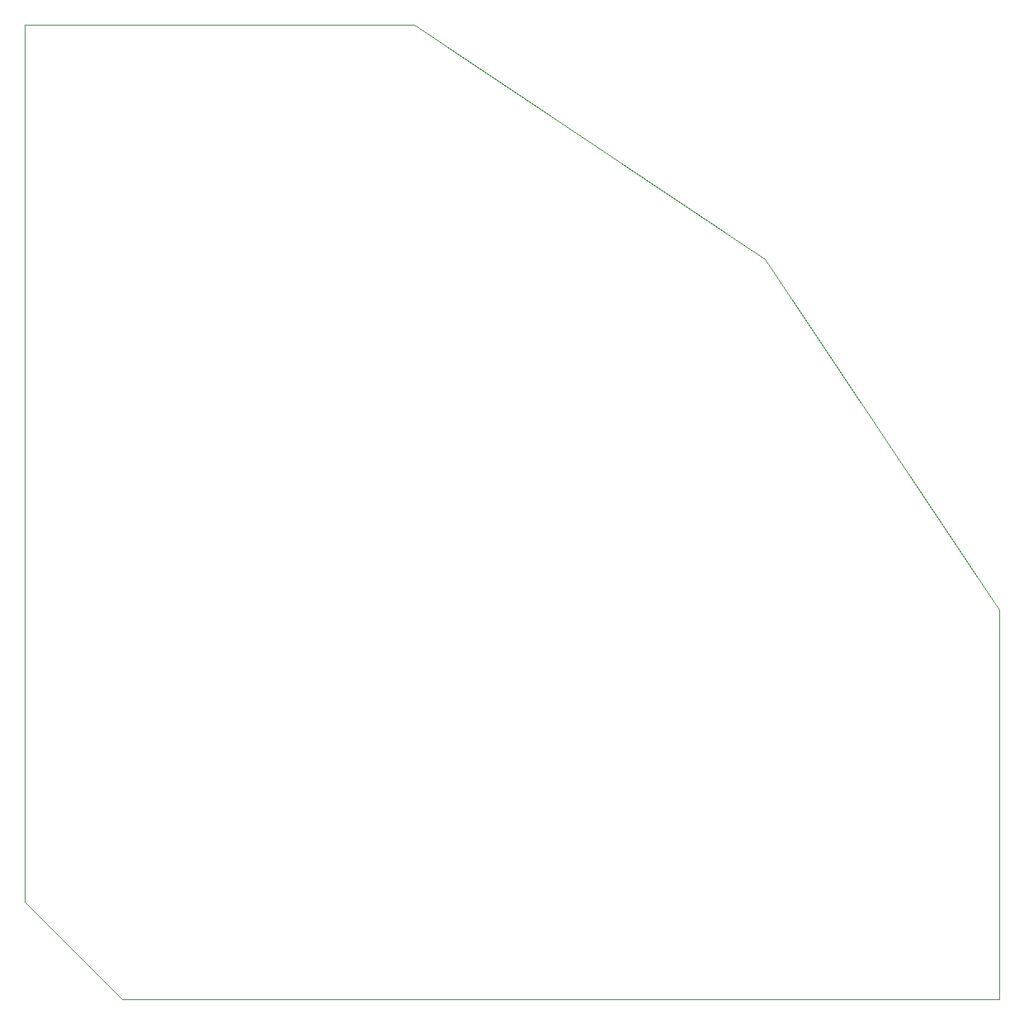
<source format=gbr>
%TF.GenerationSoftware,KiCad,Pcbnew,9.0.0*%
%TF.CreationDate,2025-12-15T13:56:06-05:00*%
%TF.ProjectId,LightDisc,4c696768-7444-4697-9363-2e6b69636164,rev?*%
%TF.SameCoordinates,Original*%
%TF.FileFunction,Profile,NP*%
%FSLAX46Y46*%
G04 Gerber Fmt 4.6, Leading zero omitted, Abs format (unit mm)*
G04 Created by KiCad (PCBNEW 9.0.0) date 2025-12-15 13:56:06*
%MOMM*%
%LPD*%
G01*
G04 APERTURE LIST*
%TA.AperFunction,Profile*%
%ADD10C,0.050000*%
%TD*%
G04 APERTURE END LIST*
D10*
X197500000Y-44000000D02*
X161500000Y-20000000D01*
X172000000Y-120000000D02*
X131500000Y-120000000D01*
X121500000Y-69500000D02*
X121500000Y-110000000D01*
X197500000Y-44000000D02*
X221500000Y-80000000D01*
X121500000Y-20000000D02*
X121500000Y-69500000D01*
X121500000Y-110000000D02*
X131500000Y-120000000D01*
X221500000Y-120000000D02*
X172000000Y-120000000D01*
X121500000Y-20000000D02*
X161500000Y-20000000D01*
X221500000Y-120000000D02*
X221500000Y-80000000D01*
M02*

</source>
